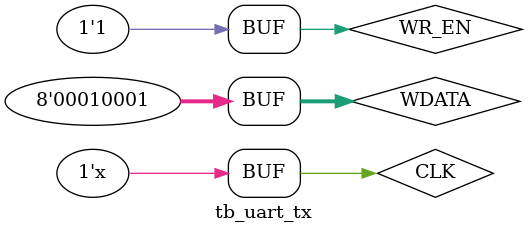
<source format=v>

/*********************************************************************************

MIT License

Copyright (c) 2020 Rafael de Oliveira Calçada

Permission is hereby granted, free of charge, to any person obtaining a copy
of this software and associated documentation files (the "Software"), to deal
in the Software without restriction, including without limitation the rights
to use, copy, modify, merge, publish, distribute, sublicense, and/or sell
copies of the Software, and to permit persons to whom the Software is
furnished to do so, subject to the following conditions:

The above copyright notice and this permission notice shall be included in all
copies or substantial portions of the Software.

THE SOFTWARE IS PROVIDED "AS IS", WITHOUT WARRANTY OF ANY KIND, EXPRESS OR
IMPLIED, INCLUDING BUT NOT LIMITED TO THE WARRANTIES OF MERCHANTABILITY,
FITNESS FOR A PARTICULAR PURPOSE AND NONINFRINGEMENT. IN NO EVENT SHALL THE
AUTHORS OR COPYRIGHT HOLDERS BE LIABLE FOR ANY CLAIM, DAMAGES OR OTHER
LIABILITY, WHETHER IN AN ACTION OF CONTRACT, TORT OR OTHERWISE, ARISING FROM,
OUT OF OR IN CONNECTION WITH THE SOFTWARE OR THE USE OR OTHER DEALINGS IN THE
SOFTWARE.

********************************************************************************/

`timescale 1ns / 1ps

module tb_uart_tx();

    reg CLK;
    reg [7:0] WDATA;
    reg WR_EN;
    wire [31:0] RDATA;
    wire TX;
    
    uart_tx dut(
        .CLK(CLK),
        .WDATA(WDATA),
        .WR_EN(WR_EN),
        .RDATA(RDATA),
        .TX(TX)
    );
    
    always
    begin
        #10 CLK = !CLK;
    end
    
    initial
    begin
        
        // The purpose of this testbench is just to observe the UART waveform
        
        $display("Testing UART transmitter unit...");
        
        CLK = 1'b0;
        WR_EN = 1'b0;
        WDATA = 8'h11;
        
        #20;
        WR_EN = 1'b1;
        
    end

endmodule

</source>
